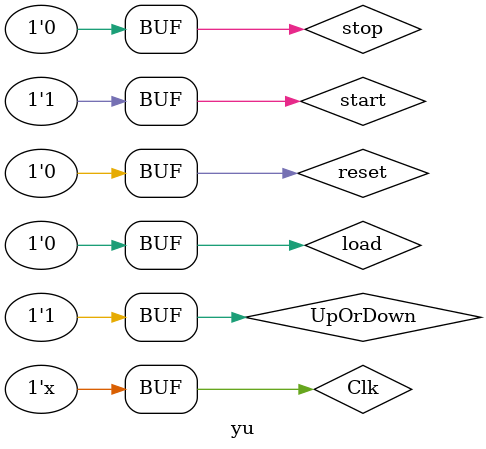
<source format=v>
module yu;

 // Inputs
 reg Clk;
 reg reset;
 reg UpOrDown;
 reg load;
 reg stop;
 reg start;

 // Outputs
 wire [6:0] Count;
 wire buz;

 // Instantiate the Unit Under Test (UUT)
 upordown uut (
  .Clk(Clk), 
  .reset(reset), 
  .UpOrDown(UpOrDown), 
  .load(load), 
  .stop(stop), 
  .start(start), 
  .Count(Count), 
  .buz(buz)
 );
initial Clk = 0; 
    always #2 Clk = ~Clk;
 initial begin
  start=1; reset = 0;
        UpOrDown = 0;
        #50;
    start=0;stop=1;
        #50;
    start=1;stop=0;
    #50;
reset=1;
#50
reset=0;
#50;
load=1;
#50;
load=0;
    
 
        
    #100; 
  UpOrDown = 1;
        #50;
        reset = 1;
#50;
reset=0;
#50
load=1;
#50
load=0;

#50;
    start=0;stop=1;
        #50;
    start=1;stop=0;

    
 end
initial begin
$monitor($time," %d %d %d %d %d %d %d",start,UpOrDown,reset,load,stop,buz,Count); 
end
      
endmodule

</source>
